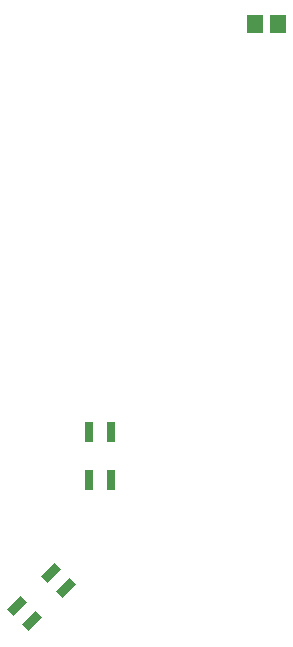
<source format=gbp>
G04 Layer_Color=128*
%FSLAX25Y25*%
%MOIN*%
G70*
G01*
G75*
%ADD10R,0.03110X0.06535*%
G04:AMPARAMS|DCode=11|XSize=65.35mil|YSize=31.1mil|CornerRadius=0mil|HoleSize=0mil|Usage=FLASHONLY|Rotation=225.000|XOffset=0mil|YOffset=0mil|HoleType=Round|Shape=Rectangle|*
%AMROTATEDRECTD11*
4,1,4,0.01211,0.03410,0.03410,0.01211,-0.01211,-0.03410,-0.03410,-0.01211,0.01211,0.03410,0.0*
%
%ADD11ROTATEDRECTD11*%

%ADD12R,0.05512X0.05906*%
D10*
X3543Y19685D02*
D03*
X-3543Y35433D02*
D03*
X3543D02*
D03*
X-3543Y19685D02*
D03*
D11*
X-16425Y-11414D02*
D03*
X-22549Y-27560D02*
D03*
X-27560Y-22549D02*
D03*
X-11414Y-16425D02*
D03*
D12*
X59437Y171500D02*
D03*
X51563D02*
D03*
M02*

</source>
